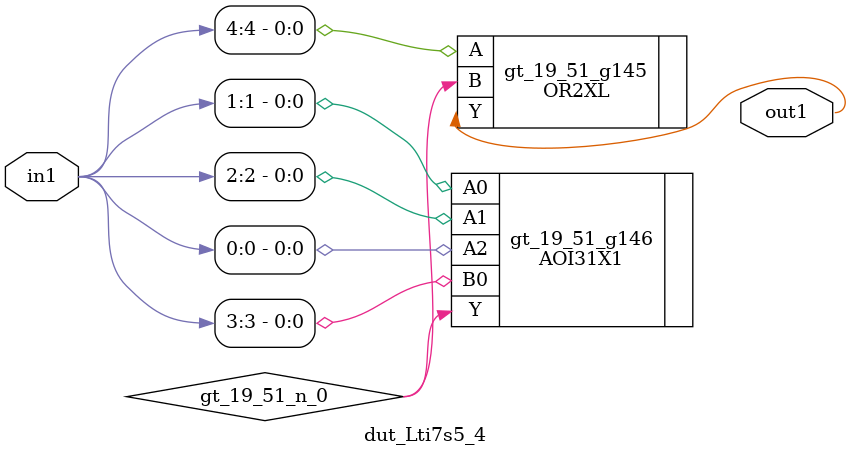
<source format=v>
`timescale 1ps / 1ps


module dut_Lti7s5_4(in1, out1);
  input [4:0] in1;
  output out1;
  wire [4:0] in1;
  wire out1;
  wire gt_19_51_n_0;
  OR2XL gt_19_51_g145(.A (in1[4]), .B (gt_19_51_n_0), .Y (out1));
  AOI31X1 gt_19_51_g146(.A0 (in1[1]), .A1 (in1[2]), .A2 (in1[0]), .B0
       (in1[3]), .Y (gt_19_51_n_0));
endmodule


</source>
